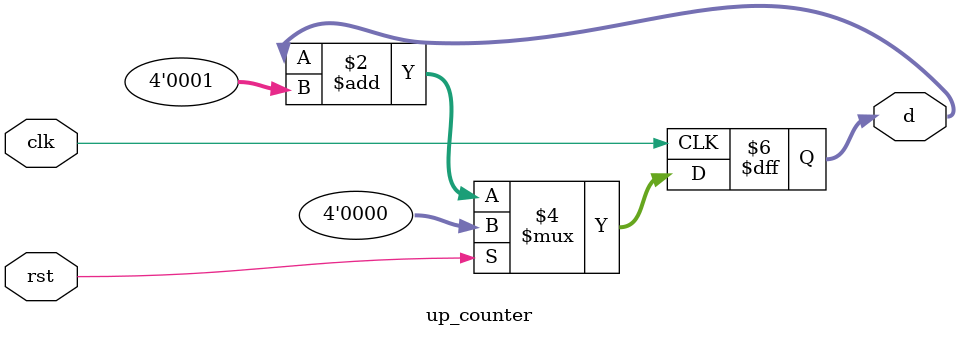
<source format=v>
module up_counter(input clk, rst, 
		output reg [3:0]d);
	always@(posedge clk)
	begin
		if(rst)
			d <= 4'h0;
		else 
		begin
			d <= d + 4'h1;
		end

	end	
	endmodule



</source>
